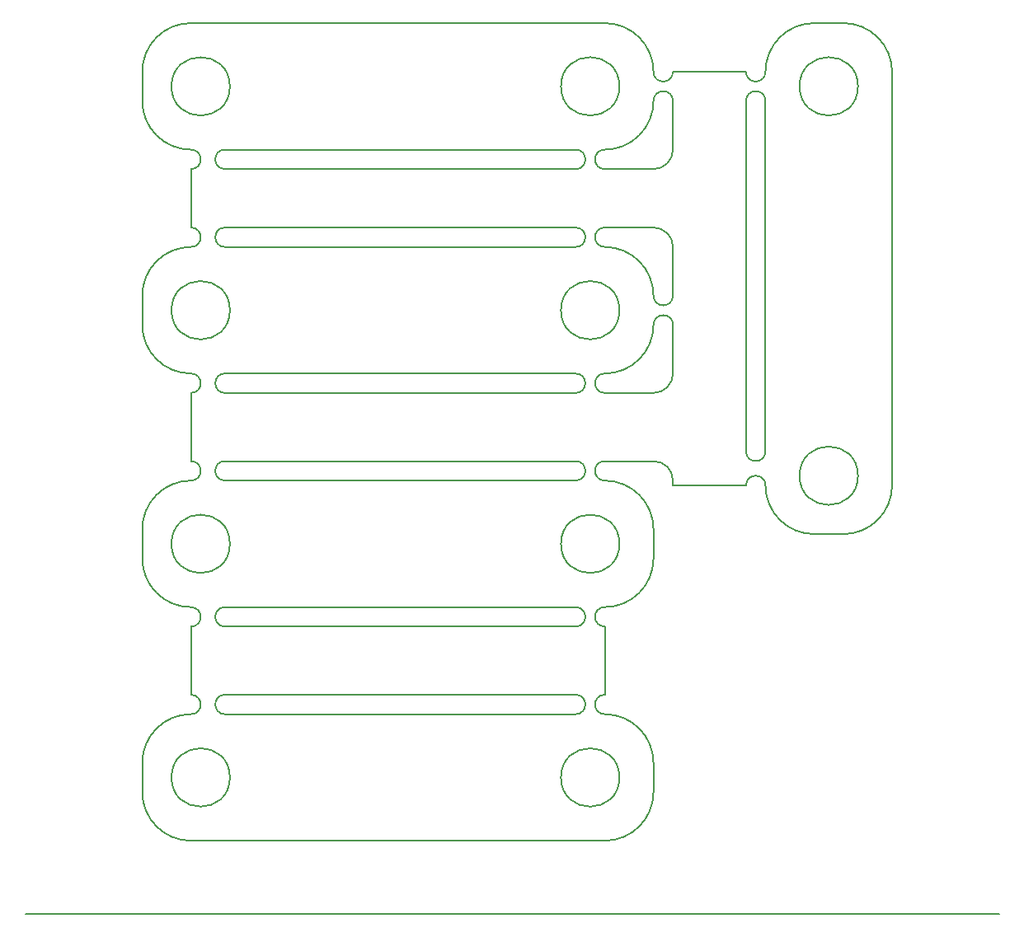
<source format=gbr>
G04 (created by PCBNEW (2013-jul-07)-stable) date Sun 15 Mar 2015 20:22:26 GMT*
%MOIN*%
G04 Gerber Fmt 3.4, Leading zero omitted, Abs format*
%FSLAX34Y34*%
G01*
G70*
G90*
G04 APERTURE LIST*
%ADD10C,0.00590551*%
%ADD11C,0.00787402*%
G04 APERTURE END LIST*
G54D10*
G54D11*
X107874Y-92913D02*
X68503Y-92913D01*
X94685Y-75590D02*
X97637Y-75590D01*
X94685Y-58858D02*
X97637Y-58858D01*
X97637Y-74212D02*
G75*
G03X98425Y-74212I393J0D01*
G74*
G01*
X98425Y-60039D02*
G75*
G03X97637Y-60039I-393J0D01*
G74*
G01*
X97637Y-74212D02*
X97637Y-60039D01*
X98425Y-74212D02*
X98425Y-60039D01*
X98425Y-75590D02*
G75*
G03X97637Y-75590I-393J0D01*
G74*
G01*
X97637Y-58858D02*
G75*
G03X98425Y-58858I393J0D01*
G74*
G01*
X103543Y-58858D02*
G75*
G03X101574Y-56889I-1968J0D01*
G74*
G01*
X100393Y-56889D02*
G75*
G03X98425Y-58858I0J-1968D01*
G74*
G01*
X98425Y-75590D02*
G75*
G03X100393Y-77559I1968J0D01*
G74*
G01*
X101574Y-77559D02*
G75*
G03X103543Y-75590I0J1968D01*
G74*
G01*
X102165Y-59448D02*
G75*
G03X102165Y-59448I-1181J0D01*
G74*
G01*
X102165Y-75196D02*
G75*
G03X102165Y-75196I-1181J0D01*
G74*
G01*
X100393Y-77559D02*
X101574Y-77559D01*
X103543Y-75590D02*
X103543Y-58858D01*
X101574Y-56889D02*
X100393Y-56889D01*
X91929Y-84055D02*
X91929Y-81299D01*
X75196Y-81299D02*
X75196Y-84055D01*
X94685Y-75393D02*
X94685Y-75590D01*
X93897Y-78543D02*
X93897Y-77362D01*
X93897Y-87992D02*
X93897Y-86811D01*
X75196Y-89960D02*
X91929Y-89960D01*
X73228Y-86811D02*
X73228Y-87992D01*
X73228Y-77362D02*
X73228Y-78543D01*
X75196Y-71850D02*
X75196Y-74606D01*
X75196Y-75393D02*
G75*
G03X75196Y-74606I0J393D01*
G74*
G01*
X73228Y-67913D02*
X73228Y-69094D01*
X75196Y-62795D02*
X75196Y-65157D01*
X73228Y-58858D02*
X73228Y-60039D01*
X75196Y-56889D02*
X91929Y-56889D01*
X75196Y-62795D02*
G75*
G03X75196Y-62007I0J393D01*
G74*
G01*
X76771Y-87401D02*
G75*
G03X76771Y-87401I-1181J0D01*
G74*
G01*
X92519Y-87401D02*
G75*
G03X92519Y-87401I-1181J0D01*
G74*
G01*
X73228Y-87992D02*
G75*
G03X75196Y-89960I1968J0D01*
G74*
G01*
X75196Y-84842D02*
G75*
G03X73228Y-86811I0J-1968D01*
G74*
G01*
X93897Y-86811D02*
G75*
G03X91929Y-84842I-1968J0D01*
G74*
G01*
X91929Y-89960D02*
G75*
G03X93897Y-87992I0J1968D01*
G74*
G01*
X91929Y-84055D02*
G75*
G03X91929Y-84842I0J-393D01*
G74*
G01*
X75196Y-84842D02*
G75*
G03X75196Y-84055I0J393D01*
G74*
G01*
X76574Y-84842D02*
X90748Y-84842D01*
X76574Y-84055D02*
X90748Y-84055D01*
X90748Y-84842D02*
G75*
G03X90748Y-84055I0J393D01*
G74*
G01*
X76574Y-84055D02*
G75*
G03X76574Y-84842I0J-393D01*
G74*
G01*
X93897Y-74606D02*
X91929Y-74606D01*
X94685Y-75393D02*
G75*
G03X93897Y-74606I-787J0D01*
G74*
G01*
X90748Y-81299D02*
G75*
G03X90748Y-80511I0J393D01*
G74*
G01*
X76574Y-80511D02*
G75*
G03X76574Y-81299I0J-393D01*
G74*
G01*
X76574Y-74606D02*
G75*
G03X76574Y-75393I0J-393D01*
G74*
G01*
X90748Y-75393D02*
G75*
G03X90748Y-74606I0J393D01*
G74*
G01*
X76574Y-81299D02*
X90748Y-81299D01*
X90748Y-80511D02*
X76574Y-80511D01*
X76574Y-74606D02*
X90748Y-74606D01*
X76574Y-75393D02*
X90748Y-75393D01*
X75196Y-81299D02*
G75*
G03X75196Y-80511I0J393D01*
G74*
G01*
X91929Y-80511D02*
G75*
G03X91929Y-81299I0J-393D01*
G74*
G01*
X91929Y-74606D02*
G75*
G03X91929Y-75393I0J-393D01*
G74*
G01*
X91929Y-80511D02*
G75*
G03X93897Y-78543I0J1968D01*
G74*
G01*
X93897Y-77362D02*
G75*
G03X91929Y-75393I-1968J0D01*
G74*
G01*
X75196Y-75393D02*
G75*
G03X73228Y-77362I0J-1968D01*
G74*
G01*
X73228Y-78543D02*
G75*
G03X75196Y-80511I1968J0D01*
G74*
G01*
X92519Y-77952D02*
G75*
G03X92519Y-77952I-1181J0D01*
G74*
G01*
X76771Y-77952D02*
G75*
G03X76771Y-77952I-1181J0D01*
G74*
G01*
X76771Y-68503D02*
G75*
G03X76771Y-68503I-1181J0D01*
G74*
G01*
X92519Y-68503D02*
G75*
G03X92519Y-68503I-1181J0D01*
G74*
G01*
X73228Y-69094D02*
G75*
G03X75196Y-71062I1968J0D01*
G74*
G01*
X75196Y-65944D02*
G75*
G03X73228Y-67913I0J-1968D01*
G74*
G01*
X93897Y-67913D02*
G75*
G03X91929Y-65944I-1968J0D01*
G74*
G01*
X91929Y-71062D02*
G75*
G03X93897Y-69094I0J1968D01*
G74*
G01*
X94685Y-69094D02*
G75*
G03X93897Y-69094I-393J0D01*
G74*
G01*
X93897Y-67913D02*
G75*
G03X94685Y-67913I393J0D01*
G74*
G01*
X91929Y-65157D02*
G75*
G03X91929Y-65944I0J-393D01*
G74*
G01*
X91929Y-71062D02*
G75*
G03X91929Y-71850I0J-393D01*
G74*
G01*
X75196Y-65944D02*
G75*
G03X75196Y-65157I0J393D01*
G74*
G01*
X75196Y-71850D02*
G75*
G03X75196Y-71062I0J393D01*
G74*
G01*
X76574Y-65944D02*
X90748Y-65944D01*
X76574Y-65157D02*
X90748Y-65157D01*
X90748Y-71062D02*
X76574Y-71062D01*
X76574Y-71850D02*
X90748Y-71850D01*
X90748Y-65944D02*
G75*
G03X90748Y-65157I0J393D01*
G74*
G01*
X76574Y-65157D02*
G75*
G03X76574Y-65944I0J-393D01*
G74*
G01*
X76574Y-71062D02*
G75*
G03X76574Y-71850I0J-393D01*
G74*
G01*
X90748Y-71850D02*
G75*
G03X90748Y-71062I0J393D01*
G74*
G01*
X94685Y-65944D02*
X94685Y-67913D01*
X94685Y-65944D02*
G75*
G03X93897Y-65157I-787J0D01*
G74*
G01*
X93897Y-65157D02*
X91929Y-65157D01*
X94685Y-69094D02*
X94685Y-71062D01*
X91929Y-71850D02*
X93897Y-71850D01*
X93897Y-71850D02*
G75*
G03X94685Y-71062I0J787D01*
G74*
G01*
X93897Y-62795D02*
G75*
G03X94685Y-62007I0J787D01*
G74*
G01*
X91929Y-62795D02*
X93897Y-62795D01*
X94685Y-60039D02*
X94685Y-62007D01*
X90748Y-62795D02*
G75*
G03X90748Y-62007I0J393D01*
G74*
G01*
X76574Y-62007D02*
G75*
G03X76574Y-62795I0J-393D01*
G74*
G01*
X76574Y-62795D02*
X90748Y-62795D01*
X90748Y-62007D02*
X76574Y-62007D01*
X91929Y-62007D02*
G75*
G03X91929Y-62795I0J-393D01*
G74*
G01*
X93897Y-58858D02*
G75*
G03X94685Y-58858I393J0D01*
G74*
G01*
X94685Y-60039D02*
G75*
G03X93897Y-60039I-393J0D01*
G74*
G01*
X91929Y-62007D02*
G75*
G03X93897Y-60039I0J1968D01*
G74*
G01*
X93897Y-58858D02*
G75*
G03X91929Y-56889I-1968J0D01*
G74*
G01*
X75196Y-56889D02*
G75*
G03X73228Y-58858I0J-1968D01*
G74*
G01*
X73228Y-60039D02*
G75*
G03X75196Y-62007I1968J0D01*
G74*
G01*
X92519Y-59448D02*
G75*
G03X92519Y-59448I-1181J0D01*
G74*
G01*
X76771Y-59448D02*
G75*
G03X76771Y-59448I-1181J0D01*
G74*
G01*
M02*

</source>
